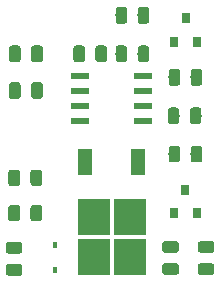
<source format=gbr>
G04 #@! TF.GenerationSoftware,KiCad,Pcbnew,(5.0.2)-1*
G04 #@! TF.CreationDate,2019-03-07T22:37:32-06:00*
G04 #@! TF.ProjectId,Contactor,436f6e74-6163-4746-9f72-2e6b69636164,rev?*
G04 #@! TF.SameCoordinates,Original*
G04 #@! TF.FileFunction,Paste,Top*
G04 #@! TF.FilePolarity,Positive*
%FSLAX46Y46*%
G04 Gerber Fmt 4.6, Leading zero omitted, Abs format (unit mm)*
G04 Created by KiCad (PCBNEW (5.0.2)-1) date 3/7/2019 10:37:32 PM*
%MOMM*%
%LPD*%
G01*
G04 APERTURE LIST*
%ADD10R,1.550000X0.600000*%
%ADD11C,0.100000*%
%ADD12C,0.975000*%
%ADD13R,0.450000X0.600000*%
%ADD14R,0.800000X0.900000*%
%ADD15R,1.200000X2.200000*%
%ADD16R,2.750000X3.050000*%
G04 APERTURE END LIST*
D10*
G04 #@! TO.C,U10*
X164200000Y-109595000D03*
X164200000Y-110865000D03*
X164200000Y-112135000D03*
X164200000Y-113405000D03*
X158800000Y-113405000D03*
X158800000Y-112135000D03*
X158800000Y-110865000D03*
X158800000Y-109595000D03*
G04 #@! TD*
D11*
G04 #@! TO.C,C30*
G36*
X164467642Y-107051174D02*
X164491303Y-107054684D01*
X164514507Y-107060496D01*
X164537029Y-107068554D01*
X164558653Y-107078782D01*
X164579170Y-107091079D01*
X164598383Y-107105329D01*
X164616107Y-107121393D01*
X164632171Y-107139117D01*
X164646421Y-107158330D01*
X164658718Y-107178847D01*
X164668946Y-107200471D01*
X164677004Y-107222993D01*
X164682816Y-107246197D01*
X164686326Y-107269858D01*
X164687500Y-107293750D01*
X164687500Y-108206250D01*
X164686326Y-108230142D01*
X164682816Y-108253803D01*
X164677004Y-108277007D01*
X164668946Y-108299529D01*
X164658718Y-108321153D01*
X164646421Y-108341670D01*
X164632171Y-108360883D01*
X164616107Y-108378607D01*
X164598383Y-108394671D01*
X164579170Y-108408921D01*
X164558653Y-108421218D01*
X164537029Y-108431446D01*
X164514507Y-108439504D01*
X164491303Y-108445316D01*
X164467642Y-108448826D01*
X164443750Y-108450000D01*
X163956250Y-108450000D01*
X163932358Y-108448826D01*
X163908697Y-108445316D01*
X163885493Y-108439504D01*
X163862971Y-108431446D01*
X163841347Y-108421218D01*
X163820830Y-108408921D01*
X163801617Y-108394671D01*
X163783893Y-108378607D01*
X163767829Y-108360883D01*
X163753579Y-108341670D01*
X163741282Y-108321153D01*
X163731054Y-108299529D01*
X163722996Y-108277007D01*
X163717184Y-108253803D01*
X163713674Y-108230142D01*
X163712500Y-108206250D01*
X163712500Y-107293750D01*
X163713674Y-107269858D01*
X163717184Y-107246197D01*
X163722996Y-107222993D01*
X163731054Y-107200471D01*
X163741282Y-107178847D01*
X163753579Y-107158330D01*
X163767829Y-107139117D01*
X163783893Y-107121393D01*
X163801617Y-107105329D01*
X163820830Y-107091079D01*
X163841347Y-107078782D01*
X163862971Y-107068554D01*
X163885493Y-107060496D01*
X163908697Y-107054684D01*
X163932358Y-107051174D01*
X163956250Y-107050000D01*
X164443750Y-107050000D01*
X164467642Y-107051174D01*
X164467642Y-107051174D01*
G37*
D12*
X164200000Y-107750000D03*
D11*
G36*
X162592642Y-107051174D02*
X162616303Y-107054684D01*
X162639507Y-107060496D01*
X162662029Y-107068554D01*
X162683653Y-107078782D01*
X162704170Y-107091079D01*
X162723383Y-107105329D01*
X162741107Y-107121393D01*
X162757171Y-107139117D01*
X162771421Y-107158330D01*
X162783718Y-107178847D01*
X162793946Y-107200471D01*
X162802004Y-107222993D01*
X162807816Y-107246197D01*
X162811326Y-107269858D01*
X162812500Y-107293750D01*
X162812500Y-108206250D01*
X162811326Y-108230142D01*
X162807816Y-108253803D01*
X162802004Y-108277007D01*
X162793946Y-108299529D01*
X162783718Y-108321153D01*
X162771421Y-108341670D01*
X162757171Y-108360883D01*
X162741107Y-108378607D01*
X162723383Y-108394671D01*
X162704170Y-108408921D01*
X162683653Y-108421218D01*
X162662029Y-108431446D01*
X162639507Y-108439504D01*
X162616303Y-108445316D01*
X162592642Y-108448826D01*
X162568750Y-108450000D01*
X162081250Y-108450000D01*
X162057358Y-108448826D01*
X162033697Y-108445316D01*
X162010493Y-108439504D01*
X161987971Y-108431446D01*
X161966347Y-108421218D01*
X161945830Y-108408921D01*
X161926617Y-108394671D01*
X161908893Y-108378607D01*
X161892829Y-108360883D01*
X161878579Y-108341670D01*
X161866282Y-108321153D01*
X161856054Y-108299529D01*
X161847996Y-108277007D01*
X161842184Y-108253803D01*
X161838674Y-108230142D01*
X161837500Y-108206250D01*
X161837500Y-107293750D01*
X161838674Y-107269858D01*
X161842184Y-107246197D01*
X161847996Y-107222993D01*
X161856054Y-107200471D01*
X161866282Y-107178847D01*
X161878579Y-107158330D01*
X161892829Y-107139117D01*
X161908893Y-107121393D01*
X161926617Y-107105329D01*
X161945830Y-107091079D01*
X161966347Y-107078782D01*
X161987971Y-107068554D01*
X162010493Y-107060496D01*
X162033697Y-107054684D01*
X162057358Y-107051174D01*
X162081250Y-107050000D01*
X162568750Y-107050000D01*
X162592642Y-107051174D01*
X162592642Y-107051174D01*
G37*
D12*
X162325000Y-107750000D03*
G04 #@! TD*
D11*
G04 #@! TO.C,C31*
G36*
X162592642Y-103801174D02*
X162616303Y-103804684D01*
X162639507Y-103810496D01*
X162662029Y-103818554D01*
X162683653Y-103828782D01*
X162704170Y-103841079D01*
X162723383Y-103855329D01*
X162741107Y-103871393D01*
X162757171Y-103889117D01*
X162771421Y-103908330D01*
X162783718Y-103928847D01*
X162793946Y-103950471D01*
X162802004Y-103972993D01*
X162807816Y-103996197D01*
X162811326Y-104019858D01*
X162812500Y-104043750D01*
X162812500Y-104956250D01*
X162811326Y-104980142D01*
X162807816Y-105003803D01*
X162802004Y-105027007D01*
X162793946Y-105049529D01*
X162783718Y-105071153D01*
X162771421Y-105091670D01*
X162757171Y-105110883D01*
X162741107Y-105128607D01*
X162723383Y-105144671D01*
X162704170Y-105158921D01*
X162683653Y-105171218D01*
X162662029Y-105181446D01*
X162639507Y-105189504D01*
X162616303Y-105195316D01*
X162592642Y-105198826D01*
X162568750Y-105200000D01*
X162081250Y-105200000D01*
X162057358Y-105198826D01*
X162033697Y-105195316D01*
X162010493Y-105189504D01*
X161987971Y-105181446D01*
X161966347Y-105171218D01*
X161945830Y-105158921D01*
X161926617Y-105144671D01*
X161908893Y-105128607D01*
X161892829Y-105110883D01*
X161878579Y-105091670D01*
X161866282Y-105071153D01*
X161856054Y-105049529D01*
X161847996Y-105027007D01*
X161842184Y-105003803D01*
X161838674Y-104980142D01*
X161837500Y-104956250D01*
X161837500Y-104043750D01*
X161838674Y-104019858D01*
X161842184Y-103996197D01*
X161847996Y-103972993D01*
X161856054Y-103950471D01*
X161866282Y-103928847D01*
X161878579Y-103908330D01*
X161892829Y-103889117D01*
X161908893Y-103871393D01*
X161926617Y-103855329D01*
X161945830Y-103841079D01*
X161966347Y-103828782D01*
X161987971Y-103818554D01*
X162010493Y-103810496D01*
X162033697Y-103804684D01*
X162057358Y-103801174D01*
X162081250Y-103800000D01*
X162568750Y-103800000D01*
X162592642Y-103801174D01*
X162592642Y-103801174D01*
G37*
D12*
X162325000Y-104500000D03*
D11*
G36*
X164467642Y-103801174D02*
X164491303Y-103804684D01*
X164514507Y-103810496D01*
X164537029Y-103818554D01*
X164558653Y-103828782D01*
X164579170Y-103841079D01*
X164598383Y-103855329D01*
X164616107Y-103871393D01*
X164632171Y-103889117D01*
X164646421Y-103908330D01*
X164658718Y-103928847D01*
X164668946Y-103950471D01*
X164677004Y-103972993D01*
X164682816Y-103996197D01*
X164686326Y-104019858D01*
X164687500Y-104043750D01*
X164687500Y-104956250D01*
X164686326Y-104980142D01*
X164682816Y-105003803D01*
X164677004Y-105027007D01*
X164668946Y-105049529D01*
X164658718Y-105071153D01*
X164646421Y-105091670D01*
X164632171Y-105110883D01*
X164616107Y-105128607D01*
X164598383Y-105144671D01*
X164579170Y-105158921D01*
X164558653Y-105171218D01*
X164537029Y-105181446D01*
X164514507Y-105189504D01*
X164491303Y-105195316D01*
X164467642Y-105198826D01*
X164443750Y-105200000D01*
X163956250Y-105200000D01*
X163932358Y-105198826D01*
X163908697Y-105195316D01*
X163885493Y-105189504D01*
X163862971Y-105181446D01*
X163841347Y-105171218D01*
X163820830Y-105158921D01*
X163801617Y-105144671D01*
X163783893Y-105128607D01*
X163767829Y-105110883D01*
X163753579Y-105091670D01*
X163741282Y-105071153D01*
X163731054Y-105049529D01*
X163722996Y-105027007D01*
X163717184Y-105003803D01*
X163713674Y-104980142D01*
X163712500Y-104956250D01*
X163712500Y-104043750D01*
X163713674Y-104019858D01*
X163717184Y-103996197D01*
X163722996Y-103972993D01*
X163731054Y-103950471D01*
X163741282Y-103928847D01*
X163753579Y-103908330D01*
X163767829Y-103889117D01*
X163783893Y-103871393D01*
X163801617Y-103855329D01*
X163820830Y-103841079D01*
X163841347Y-103828782D01*
X163862971Y-103818554D01*
X163885493Y-103810496D01*
X163908697Y-103804684D01*
X163932358Y-103801174D01*
X163956250Y-103800000D01*
X164443750Y-103800000D01*
X164467642Y-103801174D01*
X164467642Y-103801174D01*
G37*
D12*
X164200000Y-104500000D03*
G04 #@! TD*
D11*
G04 #@! TO.C,C32*
G36*
X153730142Y-123688674D02*
X153753803Y-123692184D01*
X153777007Y-123697996D01*
X153799529Y-123706054D01*
X153821153Y-123716282D01*
X153841670Y-123728579D01*
X153860883Y-123742829D01*
X153878607Y-123758893D01*
X153894671Y-123776617D01*
X153908921Y-123795830D01*
X153921218Y-123816347D01*
X153931446Y-123837971D01*
X153939504Y-123860493D01*
X153945316Y-123883697D01*
X153948826Y-123907358D01*
X153950000Y-123931250D01*
X153950000Y-124418750D01*
X153948826Y-124442642D01*
X153945316Y-124466303D01*
X153939504Y-124489507D01*
X153931446Y-124512029D01*
X153921218Y-124533653D01*
X153908921Y-124554170D01*
X153894671Y-124573383D01*
X153878607Y-124591107D01*
X153860883Y-124607171D01*
X153841670Y-124621421D01*
X153821153Y-124633718D01*
X153799529Y-124643946D01*
X153777007Y-124652004D01*
X153753803Y-124657816D01*
X153730142Y-124661326D01*
X153706250Y-124662500D01*
X152793750Y-124662500D01*
X152769858Y-124661326D01*
X152746197Y-124657816D01*
X152722993Y-124652004D01*
X152700471Y-124643946D01*
X152678847Y-124633718D01*
X152658330Y-124621421D01*
X152639117Y-124607171D01*
X152621393Y-124591107D01*
X152605329Y-124573383D01*
X152591079Y-124554170D01*
X152578782Y-124533653D01*
X152568554Y-124512029D01*
X152560496Y-124489507D01*
X152554684Y-124466303D01*
X152551174Y-124442642D01*
X152550000Y-124418750D01*
X152550000Y-123931250D01*
X152551174Y-123907358D01*
X152554684Y-123883697D01*
X152560496Y-123860493D01*
X152568554Y-123837971D01*
X152578782Y-123816347D01*
X152591079Y-123795830D01*
X152605329Y-123776617D01*
X152621393Y-123758893D01*
X152639117Y-123742829D01*
X152658330Y-123728579D01*
X152678847Y-123716282D01*
X152700471Y-123706054D01*
X152722993Y-123697996D01*
X152746197Y-123692184D01*
X152769858Y-123688674D01*
X152793750Y-123687500D01*
X153706250Y-123687500D01*
X153730142Y-123688674D01*
X153730142Y-123688674D01*
G37*
D12*
X153250000Y-124175000D03*
D11*
G36*
X153730142Y-125563674D02*
X153753803Y-125567184D01*
X153777007Y-125572996D01*
X153799529Y-125581054D01*
X153821153Y-125591282D01*
X153841670Y-125603579D01*
X153860883Y-125617829D01*
X153878607Y-125633893D01*
X153894671Y-125651617D01*
X153908921Y-125670830D01*
X153921218Y-125691347D01*
X153931446Y-125712971D01*
X153939504Y-125735493D01*
X153945316Y-125758697D01*
X153948826Y-125782358D01*
X153950000Y-125806250D01*
X153950000Y-126293750D01*
X153948826Y-126317642D01*
X153945316Y-126341303D01*
X153939504Y-126364507D01*
X153931446Y-126387029D01*
X153921218Y-126408653D01*
X153908921Y-126429170D01*
X153894671Y-126448383D01*
X153878607Y-126466107D01*
X153860883Y-126482171D01*
X153841670Y-126496421D01*
X153821153Y-126508718D01*
X153799529Y-126518946D01*
X153777007Y-126527004D01*
X153753803Y-126532816D01*
X153730142Y-126536326D01*
X153706250Y-126537500D01*
X152793750Y-126537500D01*
X152769858Y-126536326D01*
X152746197Y-126532816D01*
X152722993Y-126527004D01*
X152700471Y-126518946D01*
X152678847Y-126508718D01*
X152658330Y-126496421D01*
X152639117Y-126482171D01*
X152621393Y-126466107D01*
X152605329Y-126448383D01*
X152591079Y-126429170D01*
X152578782Y-126408653D01*
X152568554Y-126387029D01*
X152560496Y-126364507D01*
X152554684Y-126341303D01*
X152551174Y-126317642D01*
X152550000Y-126293750D01*
X152550000Y-125806250D01*
X152551174Y-125782358D01*
X152554684Y-125758697D01*
X152560496Y-125735493D01*
X152568554Y-125712971D01*
X152578782Y-125691347D01*
X152591079Y-125670830D01*
X152605329Y-125651617D01*
X152621393Y-125633893D01*
X152639117Y-125617829D01*
X152658330Y-125603579D01*
X152678847Y-125591282D01*
X152700471Y-125581054D01*
X152722993Y-125572996D01*
X152746197Y-125567184D01*
X152769858Y-125563674D01*
X152793750Y-125562500D01*
X153706250Y-125562500D01*
X153730142Y-125563674D01*
X153730142Y-125563674D01*
G37*
D12*
X153250000Y-126050000D03*
G04 #@! TD*
D11*
G04 #@! TO.C,C33*
G36*
X167080142Y-115551174D02*
X167103803Y-115554684D01*
X167127007Y-115560496D01*
X167149529Y-115568554D01*
X167171153Y-115578782D01*
X167191670Y-115591079D01*
X167210883Y-115605329D01*
X167228607Y-115621393D01*
X167244671Y-115639117D01*
X167258921Y-115658330D01*
X167271218Y-115678847D01*
X167281446Y-115700471D01*
X167289504Y-115722993D01*
X167295316Y-115746197D01*
X167298826Y-115769858D01*
X167300000Y-115793750D01*
X167300000Y-116706250D01*
X167298826Y-116730142D01*
X167295316Y-116753803D01*
X167289504Y-116777007D01*
X167281446Y-116799529D01*
X167271218Y-116821153D01*
X167258921Y-116841670D01*
X167244671Y-116860883D01*
X167228607Y-116878607D01*
X167210883Y-116894671D01*
X167191670Y-116908921D01*
X167171153Y-116921218D01*
X167149529Y-116931446D01*
X167127007Y-116939504D01*
X167103803Y-116945316D01*
X167080142Y-116948826D01*
X167056250Y-116950000D01*
X166568750Y-116950000D01*
X166544858Y-116948826D01*
X166521197Y-116945316D01*
X166497993Y-116939504D01*
X166475471Y-116931446D01*
X166453847Y-116921218D01*
X166433330Y-116908921D01*
X166414117Y-116894671D01*
X166396393Y-116878607D01*
X166380329Y-116860883D01*
X166366079Y-116841670D01*
X166353782Y-116821153D01*
X166343554Y-116799529D01*
X166335496Y-116777007D01*
X166329684Y-116753803D01*
X166326174Y-116730142D01*
X166325000Y-116706250D01*
X166325000Y-115793750D01*
X166326174Y-115769858D01*
X166329684Y-115746197D01*
X166335496Y-115722993D01*
X166343554Y-115700471D01*
X166353782Y-115678847D01*
X166366079Y-115658330D01*
X166380329Y-115639117D01*
X166396393Y-115621393D01*
X166414117Y-115605329D01*
X166433330Y-115591079D01*
X166453847Y-115578782D01*
X166475471Y-115568554D01*
X166497993Y-115560496D01*
X166521197Y-115554684D01*
X166544858Y-115551174D01*
X166568750Y-115550000D01*
X167056250Y-115550000D01*
X167080142Y-115551174D01*
X167080142Y-115551174D01*
G37*
D12*
X166812500Y-116250000D03*
D11*
G36*
X168955142Y-115551174D02*
X168978803Y-115554684D01*
X169002007Y-115560496D01*
X169024529Y-115568554D01*
X169046153Y-115578782D01*
X169066670Y-115591079D01*
X169085883Y-115605329D01*
X169103607Y-115621393D01*
X169119671Y-115639117D01*
X169133921Y-115658330D01*
X169146218Y-115678847D01*
X169156446Y-115700471D01*
X169164504Y-115722993D01*
X169170316Y-115746197D01*
X169173826Y-115769858D01*
X169175000Y-115793750D01*
X169175000Y-116706250D01*
X169173826Y-116730142D01*
X169170316Y-116753803D01*
X169164504Y-116777007D01*
X169156446Y-116799529D01*
X169146218Y-116821153D01*
X169133921Y-116841670D01*
X169119671Y-116860883D01*
X169103607Y-116878607D01*
X169085883Y-116894671D01*
X169066670Y-116908921D01*
X169046153Y-116921218D01*
X169024529Y-116931446D01*
X169002007Y-116939504D01*
X168978803Y-116945316D01*
X168955142Y-116948826D01*
X168931250Y-116950000D01*
X168443750Y-116950000D01*
X168419858Y-116948826D01*
X168396197Y-116945316D01*
X168372993Y-116939504D01*
X168350471Y-116931446D01*
X168328847Y-116921218D01*
X168308330Y-116908921D01*
X168289117Y-116894671D01*
X168271393Y-116878607D01*
X168255329Y-116860883D01*
X168241079Y-116841670D01*
X168228782Y-116821153D01*
X168218554Y-116799529D01*
X168210496Y-116777007D01*
X168204684Y-116753803D01*
X168201174Y-116730142D01*
X168200000Y-116706250D01*
X168200000Y-115793750D01*
X168201174Y-115769858D01*
X168204684Y-115746197D01*
X168210496Y-115722993D01*
X168218554Y-115700471D01*
X168228782Y-115678847D01*
X168241079Y-115658330D01*
X168255329Y-115639117D01*
X168271393Y-115621393D01*
X168289117Y-115605329D01*
X168308330Y-115591079D01*
X168328847Y-115578782D01*
X168350471Y-115568554D01*
X168372993Y-115560496D01*
X168396197Y-115554684D01*
X168419858Y-115551174D01*
X168443750Y-115550000D01*
X168931250Y-115550000D01*
X168955142Y-115551174D01*
X168955142Y-115551174D01*
G37*
D12*
X168687500Y-116250000D03*
G04 #@! TD*
D11*
G04 #@! TO.C,D4*
G36*
X160892642Y-107051174D02*
X160916303Y-107054684D01*
X160939507Y-107060496D01*
X160962029Y-107068554D01*
X160983653Y-107078782D01*
X161004170Y-107091079D01*
X161023383Y-107105329D01*
X161041107Y-107121393D01*
X161057171Y-107139117D01*
X161071421Y-107158330D01*
X161083718Y-107178847D01*
X161093946Y-107200471D01*
X161102004Y-107222993D01*
X161107816Y-107246197D01*
X161111326Y-107269858D01*
X161112500Y-107293750D01*
X161112500Y-108206250D01*
X161111326Y-108230142D01*
X161107816Y-108253803D01*
X161102004Y-108277007D01*
X161093946Y-108299529D01*
X161083718Y-108321153D01*
X161071421Y-108341670D01*
X161057171Y-108360883D01*
X161041107Y-108378607D01*
X161023383Y-108394671D01*
X161004170Y-108408921D01*
X160983653Y-108421218D01*
X160962029Y-108431446D01*
X160939507Y-108439504D01*
X160916303Y-108445316D01*
X160892642Y-108448826D01*
X160868750Y-108450000D01*
X160381250Y-108450000D01*
X160357358Y-108448826D01*
X160333697Y-108445316D01*
X160310493Y-108439504D01*
X160287971Y-108431446D01*
X160266347Y-108421218D01*
X160245830Y-108408921D01*
X160226617Y-108394671D01*
X160208893Y-108378607D01*
X160192829Y-108360883D01*
X160178579Y-108341670D01*
X160166282Y-108321153D01*
X160156054Y-108299529D01*
X160147996Y-108277007D01*
X160142184Y-108253803D01*
X160138674Y-108230142D01*
X160137500Y-108206250D01*
X160137500Y-107293750D01*
X160138674Y-107269858D01*
X160142184Y-107246197D01*
X160147996Y-107222993D01*
X160156054Y-107200471D01*
X160166282Y-107178847D01*
X160178579Y-107158330D01*
X160192829Y-107139117D01*
X160208893Y-107121393D01*
X160226617Y-107105329D01*
X160245830Y-107091079D01*
X160266347Y-107078782D01*
X160287971Y-107068554D01*
X160310493Y-107060496D01*
X160333697Y-107054684D01*
X160357358Y-107051174D01*
X160381250Y-107050000D01*
X160868750Y-107050000D01*
X160892642Y-107051174D01*
X160892642Y-107051174D01*
G37*
D12*
X160625000Y-107750000D03*
D11*
G36*
X159017642Y-107051174D02*
X159041303Y-107054684D01*
X159064507Y-107060496D01*
X159087029Y-107068554D01*
X159108653Y-107078782D01*
X159129170Y-107091079D01*
X159148383Y-107105329D01*
X159166107Y-107121393D01*
X159182171Y-107139117D01*
X159196421Y-107158330D01*
X159208718Y-107178847D01*
X159218946Y-107200471D01*
X159227004Y-107222993D01*
X159232816Y-107246197D01*
X159236326Y-107269858D01*
X159237500Y-107293750D01*
X159237500Y-108206250D01*
X159236326Y-108230142D01*
X159232816Y-108253803D01*
X159227004Y-108277007D01*
X159218946Y-108299529D01*
X159208718Y-108321153D01*
X159196421Y-108341670D01*
X159182171Y-108360883D01*
X159166107Y-108378607D01*
X159148383Y-108394671D01*
X159129170Y-108408921D01*
X159108653Y-108421218D01*
X159087029Y-108431446D01*
X159064507Y-108439504D01*
X159041303Y-108445316D01*
X159017642Y-108448826D01*
X158993750Y-108450000D01*
X158506250Y-108450000D01*
X158482358Y-108448826D01*
X158458697Y-108445316D01*
X158435493Y-108439504D01*
X158412971Y-108431446D01*
X158391347Y-108421218D01*
X158370830Y-108408921D01*
X158351617Y-108394671D01*
X158333893Y-108378607D01*
X158317829Y-108360883D01*
X158303579Y-108341670D01*
X158291282Y-108321153D01*
X158281054Y-108299529D01*
X158272996Y-108277007D01*
X158267184Y-108253803D01*
X158263674Y-108230142D01*
X158262500Y-108206250D01*
X158262500Y-107293750D01*
X158263674Y-107269858D01*
X158267184Y-107246197D01*
X158272996Y-107222993D01*
X158281054Y-107200471D01*
X158291282Y-107178847D01*
X158303579Y-107158330D01*
X158317829Y-107139117D01*
X158333893Y-107121393D01*
X158351617Y-107105329D01*
X158370830Y-107091079D01*
X158391347Y-107078782D01*
X158412971Y-107068554D01*
X158435493Y-107060496D01*
X158458697Y-107054684D01*
X158482358Y-107051174D01*
X158506250Y-107050000D01*
X158993750Y-107050000D01*
X159017642Y-107051174D01*
X159017642Y-107051174D01*
G37*
D12*
X158750000Y-107750000D03*
G04 #@! TD*
D13*
G04 #@! TO.C,D5*
X156750000Y-126050000D03*
X156750000Y-123950000D03*
G04 #@! TD*
D14*
G04 #@! TO.C,Q3*
X167762500Y-104750000D03*
X168712500Y-106750000D03*
X166812500Y-106750000D03*
G04 #@! TD*
D15*
G04 #@! TO.C,Q4*
X163780000Y-116950000D03*
X159220000Y-116950000D03*
D16*
X159975000Y-124925000D03*
X163025000Y-121575000D03*
X163025000Y-124925000D03*
X159975000Y-121575000D03*
G04 #@! TD*
D11*
G04 #@! TO.C,R13*
G36*
X167080142Y-109051174D02*
X167103803Y-109054684D01*
X167127007Y-109060496D01*
X167149529Y-109068554D01*
X167171153Y-109078782D01*
X167191670Y-109091079D01*
X167210883Y-109105329D01*
X167228607Y-109121393D01*
X167244671Y-109139117D01*
X167258921Y-109158330D01*
X167271218Y-109178847D01*
X167281446Y-109200471D01*
X167289504Y-109222993D01*
X167295316Y-109246197D01*
X167298826Y-109269858D01*
X167300000Y-109293750D01*
X167300000Y-110206250D01*
X167298826Y-110230142D01*
X167295316Y-110253803D01*
X167289504Y-110277007D01*
X167281446Y-110299529D01*
X167271218Y-110321153D01*
X167258921Y-110341670D01*
X167244671Y-110360883D01*
X167228607Y-110378607D01*
X167210883Y-110394671D01*
X167191670Y-110408921D01*
X167171153Y-110421218D01*
X167149529Y-110431446D01*
X167127007Y-110439504D01*
X167103803Y-110445316D01*
X167080142Y-110448826D01*
X167056250Y-110450000D01*
X166568750Y-110450000D01*
X166544858Y-110448826D01*
X166521197Y-110445316D01*
X166497993Y-110439504D01*
X166475471Y-110431446D01*
X166453847Y-110421218D01*
X166433330Y-110408921D01*
X166414117Y-110394671D01*
X166396393Y-110378607D01*
X166380329Y-110360883D01*
X166366079Y-110341670D01*
X166353782Y-110321153D01*
X166343554Y-110299529D01*
X166335496Y-110277007D01*
X166329684Y-110253803D01*
X166326174Y-110230142D01*
X166325000Y-110206250D01*
X166325000Y-109293750D01*
X166326174Y-109269858D01*
X166329684Y-109246197D01*
X166335496Y-109222993D01*
X166343554Y-109200471D01*
X166353782Y-109178847D01*
X166366079Y-109158330D01*
X166380329Y-109139117D01*
X166396393Y-109121393D01*
X166414117Y-109105329D01*
X166433330Y-109091079D01*
X166453847Y-109078782D01*
X166475471Y-109068554D01*
X166497993Y-109060496D01*
X166521197Y-109054684D01*
X166544858Y-109051174D01*
X166568750Y-109050000D01*
X167056250Y-109050000D01*
X167080142Y-109051174D01*
X167080142Y-109051174D01*
G37*
D12*
X166812500Y-109750000D03*
D11*
G36*
X168955142Y-109051174D02*
X168978803Y-109054684D01*
X169002007Y-109060496D01*
X169024529Y-109068554D01*
X169046153Y-109078782D01*
X169066670Y-109091079D01*
X169085883Y-109105329D01*
X169103607Y-109121393D01*
X169119671Y-109139117D01*
X169133921Y-109158330D01*
X169146218Y-109178847D01*
X169156446Y-109200471D01*
X169164504Y-109222993D01*
X169170316Y-109246197D01*
X169173826Y-109269858D01*
X169175000Y-109293750D01*
X169175000Y-110206250D01*
X169173826Y-110230142D01*
X169170316Y-110253803D01*
X169164504Y-110277007D01*
X169156446Y-110299529D01*
X169146218Y-110321153D01*
X169133921Y-110341670D01*
X169119671Y-110360883D01*
X169103607Y-110378607D01*
X169085883Y-110394671D01*
X169066670Y-110408921D01*
X169046153Y-110421218D01*
X169024529Y-110431446D01*
X169002007Y-110439504D01*
X168978803Y-110445316D01*
X168955142Y-110448826D01*
X168931250Y-110450000D01*
X168443750Y-110450000D01*
X168419858Y-110448826D01*
X168396197Y-110445316D01*
X168372993Y-110439504D01*
X168350471Y-110431446D01*
X168328847Y-110421218D01*
X168308330Y-110408921D01*
X168289117Y-110394671D01*
X168271393Y-110378607D01*
X168255329Y-110360883D01*
X168241079Y-110341670D01*
X168228782Y-110321153D01*
X168218554Y-110299529D01*
X168210496Y-110277007D01*
X168204684Y-110253803D01*
X168201174Y-110230142D01*
X168200000Y-110206250D01*
X168200000Y-109293750D01*
X168201174Y-109269858D01*
X168204684Y-109246197D01*
X168210496Y-109222993D01*
X168218554Y-109200471D01*
X168228782Y-109178847D01*
X168241079Y-109158330D01*
X168255329Y-109139117D01*
X168271393Y-109121393D01*
X168289117Y-109105329D01*
X168308330Y-109091079D01*
X168328847Y-109078782D01*
X168350471Y-109068554D01*
X168372993Y-109060496D01*
X168396197Y-109054684D01*
X168419858Y-109051174D01*
X168443750Y-109050000D01*
X168931250Y-109050000D01*
X168955142Y-109051174D01*
X168955142Y-109051174D01*
G37*
D12*
X168687500Y-109750000D03*
G04 #@! TD*
D11*
G04 #@! TO.C,R14*
G36*
X167017642Y-112301174D02*
X167041303Y-112304684D01*
X167064507Y-112310496D01*
X167087029Y-112318554D01*
X167108653Y-112328782D01*
X167129170Y-112341079D01*
X167148383Y-112355329D01*
X167166107Y-112371393D01*
X167182171Y-112389117D01*
X167196421Y-112408330D01*
X167208718Y-112428847D01*
X167218946Y-112450471D01*
X167227004Y-112472993D01*
X167232816Y-112496197D01*
X167236326Y-112519858D01*
X167237500Y-112543750D01*
X167237500Y-113456250D01*
X167236326Y-113480142D01*
X167232816Y-113503803D01*
X167227004Y-113527007D01*
X167218946Y-113549529D01*
X167208718Y-113571153D01*
X167196421Y-113591670D01*
X167182171Y-113610883D01*
X167166107Y-113628607D01*
X167148383Y-113644671D01*
X167129170Y-113658921D01*
X167108653Y-113671218D01*
X167087029Y-113681446D01*
X167064507Y-113689504D01*
X167041303Y-113695316D01*
X167017642Y-113698826D01*
X166993750Y-113700000D01*
X166506250Y-113700000D01*
X166482358Y-113698826D01*
X166458697Y-113695316D01*
X166435493Y-113689504D01*
X166412971Y-113681446D01*
X166391347Y-113671218D01*
X166370830Y-113658921D01*
X166351617Y-113644671D01*
X166333893Y-113628607D01*
X166317829Y-113610883D01*
X166303579Y-113591670D01*
X166291282Y-113571153D01*
X166281054Y-113549529D01*
X166272996Y-113527007D01*
X166267184Y-113503803D01*
X166263674Y-113480142D01*
X166262500Y-113456250D01*
X166262500Y-112543750D01*
X166263674Y-112519858D01*
X166267184Y-112496197D01*
X166272996Y-112472993D01*
X166281054Y-112450471D01*
X166291282Y-112428847D01*
X166303579Y-112408330D01*
X166317829Y-112389117D01*
X166333893Y-112371393D01*
X166351617Y-112355329D01*
X166370830Y-112341079D01*
X166391347Y-112328782D01*
X166412971Y-112318554D01*
X166435493Y-112310496D01*
X166458697Y-112304684D01*
X166482358Y-112301174D01*
X166506250Y-112300000D01*
X166993750Y-112300000D01*
X167017642Y-112301174D01*
X167017642Y-112301174D01*
G37*
D12*
X166750000Y-113000000D03*
D11*
G36*
X168892642Y-112301174D02*
X168916303Y-112304684D01*
X168939507Y-112310496D01*
X168962029Y-112318554D01*
X168983653Y-112328782D01*
X169004170Y-112341079D01*
X169023383Y-112355329D01*
X169041107Y-112371393D01*
X169057171Y-112389117D01*
X169071421Y-112408330D01*
X169083718Y-112428847D01*
X169093946Y-112450471D01*
X169102004Y-112472993D01*
X169107816Y-112496197D01*
X169111326Y-112519858D01*
X169112500Y-112543750D01*
X169112500Y-113456250D01*
X169111326Y-113480142D01*
X169107816Y-113503803D01*
X169102004Y-113527007D01*
X169093946Y-113549529D01*
X169083718Y-113571153D01*
X169071421Y-113591670D01*
X169057171Y-113610883D01*
X169041107Y-113628607D01*
X169023383Y-113644671D01*
X169004170Y-113658921D01*
X168983653Y-113671218D01*
X168962029Y-113681446D01*
X168939507Y-113689504D01*
X168916303Y-113695316D01*
X168892642Y-113698826D01*
X168868750Y-113700000D01*
X168381250Y-113700000D01*
X168357358Y-113698826D01*
X168333697Y-113695316D01*
X168310493Y-113689504D01*
X168287971Y-113681446D01*
X168266347Y-113671218D01*
X168245830Y-113658921D01*
X168226617Y-113644671D01*
X168208893Y-113628607D01*
X168192829Y-113610883D01*
X168178579Y-113591670D01*
X168166282Y-113571153D01*
X168156054Y-113549529D01*
X168147996Y-113527007D01*
X168142184Y-113503803D01*
X168138674Y-113480142D01*
X168137500Y-113456250D01*
X168137500Y-112543750D01*
X168138674Y-112519858D01*
X168142184Y-112496197D01*
X168147996Y-112472993D01*
X168156054Y-112450471D01*
X168166282Y-112428847D01*
X168178579Y-112408330D01*
X168192829Y-112389117D01*
X168208893Y-112371393D01*
X168226617Y-112355329D01*
X168245830Y-112341079D01*
X168266347Y-112328782D01*
X168287971Y-112318554D01*
X168310493Y-112310496D01*
X168333697Y-112304684D01*
X168357358Y-112301174D01*
X168381250Y-112300000D01*
X168868750Y-112300000D01*
X168892642Y-112301174D01*
X168892642Y-112301174D01*
G37*
D12*
X168625000Y-113000000D03*
G04 #@! TD*
D11*
G04 #@! TO.C,R15*
G36*
X153580142Y-107051174D02*
X153603803Y-107054684D01*
X153627007Y-107060496D01*
X153649529Y-107068554D01*
X153671153Y-107078782D01*
X153691670Y-107091079D01*
X153710883Y-107105329D01*
X153728607Y-107121393D01*
X153744671Y-107139117D01*
X153758921Y-107158330D01*
X153771218Y-107178847D01*
X153781446Y-107200471D01*
X153789504Y-107222993D01*
X153795316Y-107246197D01*
X153798826Y-107269858D01*
X153800000Y-107293750D01*
X153800000Y-108206250D01*
X153798826Y-108230142D01*
X153795316Y-108253803D01*
X153789504Y-108277007D01*
X153781446Y-108299529D01*
X153771218Y-108321153D01*
X153758921Y-108341670D01*
X153744671Y-108360883D01*
X153728607Y-108378607D01*
X153710883Y-108394671D01*
X153691670Y-108408921D01*
X153671153Y-108421218D01*
X153649529Y-108431446D01*
X153627007Y-108439504D01*
X153603803Y-108445316D01*
X153580142Y-108448826D01*
X153556250Y-108450000D01*
X153068750Y-108450000D01*
X153044858Y-108448826D01*
X153021197Y-108445316D01*
X152997993Y-108439504D01*
X152975471Y-108431446D01*
X152953847Y-108421218D01*
X152933330Y-108408921D01*
X152914117Y-108394671D01*
X152896393Y-108378607D01*
X152880329Y-108360883D01*
X152866079Y-108341670D01*
X152853782Y-108321153D01*
X152843554Y-108299529D01*
X152835496Y-108277007D01*
X152829684Y-108253803D01*
X152826174Y-108230142D01*
X152825000Y-108206250D01*
X152825000Y-107293750D01*
X152826174Y-107269858D01*
X152829684Y-107246197D01*
X152835496Y-107222993D01*
X152843554Y-107200471D01*
X152853782Y-107178847D01*
X152866079Y-107158330D01*
X152880329Y-107139117D01*
X152896393Y-107121393D01*
X152914117Y-107105329D01*
X152933330Y-107091079D01*
X152953847Y-107078782D01*
X152975471Y-107068554D01*
X152997993Y-107060496D01*
X153021197Y-107054684D01*
X153044858Y-107051174D01*
X153068750Y-107050000D01*
X153556250Y-107050000D01*
X153580142Y-107051174D01*
X153580142Y-107051174D01*
G37*
D12*
X153312500Y-107750000D03*
D11*
G36*
X155455142Y-107051174D02*
X155478803Y-107054684D01*
X155502007Y-107060496D01*
X155524529Y-107068554D01*
X155546153Y-107078782D01*
X155566670Y-107091079D01*
X155585883Y-107105329D01*
X155603607Y-107121393D01*
X155619671Y-107139117D01*
X155633921Y-107158330D01*
X155646218Y-107178847D01*
X155656446Y-107200471D01*
X155664504Y-107222993D01*
X155670316Y-107246197D01*
X155673826Y-107269858D01*
X155675000Y-107293750D01*
X155675000Y-108206250D01*
X155673826Y-108230142D01*
X155670316Y-108253803D01*
X155664504Y-108277007D01*
X155656446Y-108299529D01*
X155646218Y-108321153D01*
X155633921Y-108341670D01*
X155619671Y-108360883D01*
X155603607Y-108378607D01*
X155585883Y-108394671D01*
X155566670Y-108408921D01*
X155546153Y-108421218D01*
X155524529Y-108431446D01*
X155502007Y-108439504D01*
X155478803Y-108445316D01*
X155455142Y-108448826D01*
X155431250Y-108450000D01*
X154943750Y-108450000D01*
X154919858Y-108448826D01*
X154896197Y-108445316D01*
X154872993Y-108439504D01*
X154850471Y-108431446D01*
X154828847Y-108421218D01*
X154808330Y-108408921D01*
X154789117Y-108394671D01*
X154771393Y-108378607D01*
X154755329Y-108360883D01*
X154741079Y-108341670D01*
X154728782Y-108321153D01*
X154718554Y-108299529D01*
X154710496Y-108277007D01*
X154704684Y-108253803D01*
X154701174Y-108230142D01*
X154700000Y-108206250D01*
X154700000Y-107293750D01*
X154701174Y-107269858D01*
X154704684Y-107246197D01*
X154710496Y-107222993D01*
X154718554Y-107200471D01*
X154728782Y-107178847D01*
X154741079Y-107158330D01*
X154755329Y-107139117D01*
X154771393Y-107121393D01*
X154789117Y-107105329D01*
X154808330Y-107091079D01*
X154828847Y-107078782D01*
X154850471Y-107068554D01*
X154872993Y-107060496D01*
X154896197Y-107054684D01*
X154919858Y-107051174D01*
X154943750Y-107050000D01*
X155431250Y-107050000D01*
X155455142Y-107051174D01*
X155455142Y-107051174D01*
G37*
D12*
X155187500Y-107750000D03*
G04 #@! TD*
D11*
G04 #@! TO.C,R16*
G36*
X155455142Y-110171174D02*
X155478803Y-110174684D01*
X155502007Y-110180496D01*
X155524529Y-110188554D01*
X155546153Y-110198782D01*
X155566670Y-110211079D01*
X155585883Y-110225329D01*
X155603607Y-110241393D01*
X155619671Y-110259117D01*
X155633921Y-110278330D01*
X155646218Y-110298847D01*
X155656446Y-110320471D01*
X155664504Y-110342993D01*
X155670316Y-110366197D01*
X155673826Y-110389858D01*
X155675000Y-110413750D01*
X155675000Y-111326250D01*
X155673826Y-111350142D01*
X155670316Y-111373803D01*
X155664504Y-111397007D01*
X155656446Y-111419529D01*
X155646218Y-111441153D01*
X155633921Y-111461670D01*
X155619671Y-111480883D01*
X155603607Y-111498607D01*
X155585883Y-111514671D01*
X155566670Y-111528921D01*
X155546153Y-111541218D01*
X155524529Y-111551446D01*
X155502007Y-111559504D01*
X155478803Y-111565316D01*
X155455142Y-111568826D01*
X155431250Y-111570000D01*
X154943750Y-111570000D01*
X154919858Y-111568826D01*
X154896197Y-111565316D01*
X154872993Y-111559504D01*
X154850471Y-111551446D01*
X154828847Y-111541218D01*
X154808330Y-111528921D01*
X154789117Y-111514671D01*
X154771393Y-111498607D01*
X154755329Y-111480883D01*
X154741079Y-111461670D01*
X154728782Y-111441153D01*
X154718554Y-111419529D01*
X154710496Y-111397007D01*
X154704684Y-111373803D01*
X154701174Y-111350142D01*
X154700000Y-111326250D01*
X154700000Y-110413750D01*
X154701174Y-110389858D01*
X154704684Y-110366197D01*
X154710496Y-110342993D01*
X154718554Y-110320471D01*
X154728782Y-110298847D01*
X154741079Y-110278330D01*
X154755329Y-110259117D01*
X154771393Y-110241393D01*
X154789117Y-110225329D01*
X154808330Y-110211079D01*
X154828847Y-110198782D01*
X154850471Y-110188554D01*
X154872993Y-110180496D01*
X154896197Y-110174684D01*
X154919858Y-110171174D01*
X154943750Y-110170000D01*
X155431250Y-110170000D01*
X155455142Y-110171174D01*
X155455142Y-110171174D01*
G37*
D12*
X155187500Y-110870000D03*
D11*
G36*
X153580142Y-110171174D02*
X153603803Y-110174684D01*
X153627007Y-110180496D01*
X153649529Y-110188554D01*
X153671153Y-110198782D01*
X153691670Y-110211079D01*
X153710883Y-110225329D01*
X153728607Y-110241393D01*
X153744671Y-110259117D01*
X153758921Y-110278330D01*
X153771218Y-110298847D01*
X153781446Y-110320471D01*
X153789504Y-110342993D01*
X153795316Y-110366197D01*
X153798826Y-110389858D01*
X153800000Y-110413750D01*
X153800000Y-111326250D01*
X153798826Y-111350142D01*
X153795316Y-111373803D01*
X153789504Y-111397007D01*
X153781446Y-111419529D01*
X153771218Y-111441153D01*
X153758921Y-111461670D01*
X153744671Y-111480883D01*
X153728607Y-111498607D01*
X153710883Y-111514671D01*
X153691670Y-111528921D01*
X153671153Y-111541218D01*
X153649529Y-111551446D01*
X153627007Y-111559504D01*
X153603803Y-111565316D01*
X153580142Y-111568826D01*
X153556250Y-111570000D01*
X153068750Y-111570000D01*
X153044858Y-111568826D01*
X153021197Y-111565316D01*
X152997993Y-111559504D01*
X152975471Y-111551446D01*
X152953847Y-111541218D01*
X152933330Y-111528921D01*
X152914117Y-111514671D01*
X152896393Y-111498607D01*
X152880329Y-111480883D01*
X152866079Y-111461670D01*
X152853782Y-111441153D01*
X152843554Y-111419529D01*
X152835496Y-111397007D01*
X152829684Y-111373803D01*
X152826174Y-111350142D01*
X152825000Y-111326250D01*
X152825000Y-110413750D01*
X152826174Y-110389858D01*
X152829684Y-110366197D01*
X152835496Y-110342993D01*
X152843554Y-110320471D01*
X152853782Y-110298847D01*
X152866079Y-110278330D01*
X152880329Y-110259117D01*
X152896393Y-110241393D01*
X152914117Y-110225329D01*
X152933330Y-110211079D01*
X152953847Y-110198782D01*
X152975471Y-110188554D01*
X152997993Y-110180496D01*
X153021197Y-110174684D01*
X153044858Y-110171174D01*
X153068750Y-110170000D01*
X153556250Y-110170000D01*
X153580142Y-110171174D01*
X153580142Y-110171174D01*
G37*
D12*
X153312500Y-110870000D03*
G04 #@! TD*
D11*
G04 #@! TO.C,R17*
G36*
X153517642Y-117551174D02*
X153541303Y-117554684D01*
X153564507Y-117560496D01*
X153587029Y-117568554D01*
X153608653Y-117578782D01*
X153629170Y-117591079D01*
X153648383Y-117605329D01*
X153666107Y-117621393D01*
X153682171Y-117639117D01*
X153696421Y-117658330D01*
X153708718Y-117678847D01*
X153718946Y-117700471D01*
X153727004Y-117722993D01*
X153732816Y-117746197D01*
X153736326Y-117769858D01*
X153737500Y-117793750D01*
X153737500Y-118706250D01*
X153736326Y-118730142D01*
X153732816Y-118753803D01*
X153727004Y-118777007D01*
X153718946Y-118799529D01*
X153708718Y-118821153D01*
X153696421Y-118841670D01*
X153682171Y-118860883D01*
X153666107Y-118878607D01*
X153648383Y-118894671D01*
X153629170Y-118908921D01*
X153608653Y-118921218D01*
X153587029Y-118931446D01*
X153564507Y-118939504D01*
X153541303Y-118945316D01*
X153517642Y-118948826D01*
X153493750Y-118950000D01*
X153006250Y-118950000D01*
X152982358Y-118948826D01*
X152958697Y-118945316D01*
X152935493Y-118939504D01*
X152912971Y-118931446D01*
X152891347Y-118921218D01*
X152870830Y-118908921D01*
X152851617Y-118894671D01*
X152833893Y-118878607D01*
X152817829Y-118860883D01*
X152803579Y-118841670D01*
X152791282Y-118821153D01*
X152781054Y-118799529D01*
X152772996Y-118777007D01*
X152767184Y-118753803D01*
X152763674Y-118730142D01*
X152762500Y-118706250D01*
X152762500Y-117793750D01*
X152763674Y-117769858D01*
X152767184Y-117746197D01*
X152772996Y-117722993D01*
X152781054Y-117700471D01*
X152791282Y-117678847D01*
X152803579Y-117658330D01*
X152817829Y-117639117D01*
X152833893Y-117621393D01*
X152851617Y-117605329D01*
X152870830Y-117591079D01*
X152891347Y-117578782D01*
X152912971Y-117568554D01*
X152935493Y-117560496D01*
X152958697Y-117554684D01*
X152982358Y-117551174D01*
X153006250Y-117550000D01*
X153493750Y-117550000D01*
X153517642Y-117551174D01*
X153517642Y-117551174D01*
G37*
D12*
X153250000Y-118250000D03*
D11*
G36*
X155392642Y-117551174D02*
X155416303Y-117554684D01*
X155439507Y-117560496D01*
X155462029Y-117568554D01*
X155483653Y-117578782D01*
X155504170Y-117591079D01*
X155523383Y-117605329D01*
X155541107Y-117621393D01*
X155557171Y-117639117D01*
X155571421Y-117658330D01*
X155583718Y-117678847D01*
X155593946Y-117700471D01*
X155602004Y-117722993D01*
X155607816Y-117746197D01*
X155611326Y-117769858D01*
X155612500Y-117793750D01*
X155612500Y-118706250D01*
X155611326Y-118730142D01*
X155607816Y-118753803D01*
X155602004Y-118777007D01*
X155593946Y-118799529D01*
X155583718Y-118821153D01*
X155571421Y-118841670D01*
X155557171Y-118860883D01*
X155541107Y-118878607D01*
X155523383Y-118894671D01*
X155504170Y-118908921D01*
X155483653Y-118921218D01*
X155462029Y-118931446D01*
X155439507Y-118939504D01*
X155416303Y-118945316D01*
X155392642Y-118948826D01*
X155368750Y-118950000D01*
X154881250Y-118950000D01*
X154857358Y-118948826D01*
X154833697Y-118945316D01*
X154810493Y-118939504D01*
X154787971Y-118931446D01*
X154766347Y-118921218D01*
X154745830Y-118908921D01*
X154726617Y-118894671D01*
X154708893Y-118878607D01*
X154692829Y-118860883D01*
X154678579Y-118841670D01*
X154666282Y-118821153D01*
X154656054Y-118799529D01*
X154647996Y-118777007D01*
X154642184Y-118753803D01*
X154638674Y-118730142D01*
X154637500Y-118706250D01*
X154637500Y-117793750D01*
X154638674Y-117769858D01*
X154642184Y-117746197D01*
X154647996Y-117722993D01*
X154656054Y-117700471D01*
X154666282Y-117678847D01*
X154678579Y-117658330D01*
X154692829Y-117639117D01*
X154708893Y-117621393D01*
X154726617Y-117605329D01*
X154745830Y-117591079D01*
X154766347Y-117578782D01*
X154787971Y-117568554D01*
X154810493Y-117560496D01*
X154833697Y-117554684D01*
X154857358Y-117551174D01*
X154881250Y-117550000D01*
X155368750Y-117550000D01*
X155392642Y-117551174D01*
X155392642Y-117551174D01*
G37*
D12*
X155125000Y-118250000D03*
G04 #@! TD*
D11*
G04 #@! TO.C,R18*
G36*
X155392642Y-120551174D02*
X155416303Y-120554684D01*
X155439507Y-120560496D01*
X155462029Y-120568554D01*
X155483653Y-120578782D01*
X155504170Y-120591079D01*
X155523383Y-120605329D01*
X155541107Y-120621393D01*
X155557171Y-120639117D01*
X155571421Y-120658330D01*
X155583718Y-120678847D01*
X155593946Y-120700471D01*
X155602004Y-120722993D01*
X155607816Y-120746197D01*
X155611326Y-120769858D01*
X155612500Y-120793750D01*
X155612500Y-121706250D01*
X155611326Y-121730142D01*
X155607816Y-121753803D01*
X155602004Y-121777007D01*
X155593946Y-121799529D01*
X155583718Y-121821153D01*
X155571421Y-121841670D01*
X155557171Y-121860883D01*
X155541107Y-121878607D01*
X155523383Y-121894671D01*
X155504170Y-121908921D01*
X155483653Y-121921218D01*
X155462029Y-121931446D01*
X155439507Y-121939504D01*
X155416303Y-121945316D01*
X155392642Y-121948826D01*
X155368750Y-121950000D01*
X154881250Y-121950000D01*
X154857358Y-121948826D01*
X154833697Y-121945316D01*
X154810493Y-121939504D01*
X154787971Y-121931446D01*
X154766347Y-121921218D01*
X154745830Y-121908921D01*
X154726617Y-121894671D01*
X154708893Y-121878607D01*
X154692829Y-121860883D01*
X154678579Y-121841670D01*
X154666282Y-121821153D01*
X154656054Y-121799529D01*
X154647996Y-121777007D01*
X154642184Y-121753803D01*
X154638674Y-121730142D01*
X154637500Y-121706250D01*
X154637500Y-120793750D01*
X154638674Y-120769858D01*
X154642184Y-120746197D01*
X154647996Y-120722993D01*
X154656054Y-120700471D01*
X154666282Y-120678847D01*
X154678579Y-120658330D01*
X154692829Y-120639117D01*
X154708893Y-120621393D01*
X154726617Y-120605329D01*
X154745830Y-120591079D01*
X154766347Y-120578782D01*
X154787971Y-120568554D01*
X154810493Y-120560496D01*
X154833697Y-120554684D01*
X154857358Y-120551174D01*
X154881250Y-120550000D01*
X155368750Y-120550000D01*
X155392642Y-120551174D01*
X155392642Y-120551174D01*
G37*
D12*
X155125000Y-121250000D03*
D11*
G36*
X153517642Y-120551174D02*
X153541303Y-120554684D01*
X153564507Y-120560496D01*
X153587029Y-120568554D01*
X153608653Y-120578782D01*
X153629170Y-120591079D01*
X153648383Y-120605329D01*
X153666107Y-120621393D01*
X153682171Y-120639117D01*
X153696421Y-120658330D01*
X153708718Y-120678847D01*
X153718946Y-120700471D01*
X153727004Y-120722993D01*
X153732816Y-120746197D01*
X153736326Y-120769858D01*
X153737500Y-120793750D01*
X153737500Y-121706250D01*
X153736326Y-121730142D01*
X153732816Y-121753803D01*
X153727004Y-121777007D01*
X153718946Y-121799529D01*
X153708718Y-121821153D01*
X153696421Y-121841670D01*
X153682171Y-121860883D01*
X153666107Y-121878607D01*
X153648383Y-121894671D01*
X153629170Y-121908921D01*
X153608653Y-121921218D01*
X153587029Y-121931446D01*
X153564507Y-121939504D01*
X153541303Y-121945316D01*
X153517642Y-121948826D01*
X153493750Y-121950000D01*
X153006250Y-121950000D01*
X152982358Y-121948826D01*
X152958697Y-121945316D01*
X152935493Y-121939504D01*
X152912971Y-121931446D01*
X152891347Y-121921218D01*
X152870830Y-121908921D01*
X152851617Y-121894671D01*
X152833893Y-121878607D01*
X152817829Y-121860883D01*
X152803579Y-121841670D01*
X152791282Y-121821153D01*
X152781054Y-121799529D01*
X152772996Y-121777007D01*
X152767184Y-121753803D01*
X152763674Y-121730142D01*
X152762500Y-121706250D01*
X152762500Y-120793750D01*
X152763674Y-120769858D01*
X152767184Y-120746197D01*
X152772996Y-120722993D01*
X152781054Y-120700471D01*
X152791282Y-120678847D01*
X152803579Y-120658330D01*
X152817829Y-120639117D01*
X152833893Y-120621393D01*
X152851617Y-120605329D01*
X152870830Y-120591079D01*
X152891347Y-120578782D01*
X152912971Y-120568554D01*
X152935493Y-120560496D01*
X152958697Y-120554684D01*
X152982358Y-120551174D01*
X153006250Y-120550000D01*
X153493750Y-120550000D01*
X153517642Y-120551174D01*
X153517642Y-120551174D01*
G37*
D12*
X153250000Y-121250000D03*
G04 #@! TD*
D11*
G04 #@! TO.C,R19*
G36*
X169979344Y-123619004D02*
X170003005Y-123622514D01*
X170026209Y-123628326D01*
X170048731Y-123636384D01*
X170070355Y-123646612D01*
X170090872Y-123658909D01*
X170110085Y-123673159D01*
X170127809Y-123689223D01*
X170143873Y-123706947D01*
X170158123Y-123726160D01*
X170170420Y-123746677D01*
X170180648Y-123768301D01*
X170188706Y-123790823D01*
X170194518Y-123814027D01*
X170198028Y-123837688D01*
X170199202Y-123861580D01*
X170199202Y-124349080D01*
X170198028Y-124372972D01*
X170194518Y-124396633D01*
X170188706Y-124419837D01*
X170180648Y-124442359D01*
X170170420Y-124463983D01*
X170158123Y-124484500D01*
X170143873Y-124503713D01*
X170127809Y-124521437D01*
X170110085Y-124537501D01*
X170090872Y-124551751D01*
X170070355Y-124564048D01*
X170048731Y-124574276D01*
X170026209Y-124582334D01*
X170003005Y-124588146D01*
X169979344Y-124591656D01*
X169955452Y-124592830D01*
X169042952Y-124592830D01*
X169019060Y-124591656D01*
X168995399Y-124588146D01*
X168972195Y-124582334D01*
X168949673Y-124574276D01*
X168928049Y-124564048D01*
X168907532Y-124551751D01*
X168888319Y-124537501D01*
X168870595Y-124521437D01*
X168854531Y-124503713D01*
X168840281Y-124484500D01*
X168827984Y-124463983D01*
X168817756Y-124442359D01*
X168809698Y-124419837D01*
X168803886Y-124396633D01*
X168800376Y-124372972D01*
X168799202Y-124349080D01*
X168799202Y-123861580D01*
X168800376Y-123837688D01*
X168803886Y-123814027D01*
X168809698Y-123790823D01*
X168817756Y-123768301D01*
X168827984Y-123746677D01*
X168840281Y-123726160D01*
X168854531Y-123706947D01*
X168870595Y-123689223D01*
X168888319Y-123673159D01*
X168907532Y-123658909D01*
X168928049Y-123646612D01*
X168949673Y-123636384D01*
X168972195Y-123628326D01*
X168995399Y-123622514D01*
X169019060Y-123619004D01*
X169042952Y-123617830D01*
X169955452Y-123617830D01*
X169979344Y-123619004D01*
X169979344Y-123619004D01*
G37*
D12*
X169499202Y-124105330D03*
D11*
G36*
X169979344Y-125494004D02*
X170003005Y-125497514D01*
X170026209Y-125503326D01*
X170048731Y-125511384D01*
X170070355Y-125521612D01*
X170090872Y-125533909D01*
X170110085Y-125548159D01*
X170127809Y-125564223D01*
X170143873Y-125581947D01*
X170158123Y-125601160D01*
X170170420Y-125621677D01*
X170180648Y-125643301D01*
X170188706Y-125665823D01*
X170194518Y-125689027D01*
X170198028Y-125712688D01*
X170199202Y-125736580D01*
X170199202Y-126224080D01*
X170198028Y-126247972D01*
X170194518Y-126271633D01*
X170188706Y-126294837D01*
X170180648Y-126317359D01*
X170170420Y-126338983D01*
X170158123Y-126359500D01*
X170143873Y-126378713D01*
X170127809Y-126396437D01*
X170110085Y-126412501D01*
X170090872Y-126426751D01*
X170070355Y-126439048D01*
X170048731Y-126449276D01*
X170026209Y-126457334D01*
X170003005Y-126463146D01*
X169979344Y-126466656D01*
X169955452Y-126467830D01*
X169042952Y-126467830D01*
X169019060Y-126466656D01*
X168995399Y-126463146D01*
X168972195Y-126457334D01*
X168949673Y-126449276D01*
X168928049Y-126439048D01*
X168907532Y-126426751D01*
X168888319Y-126412501D01*
X168870595Y-126396437D01*
X168854531Y-126378713D01*
X168840281Y-126359500D01*
X168827984Y-126338983D01*
X168817756Y-126317359D01*
X168809698Y-126294837D01*
X168803886Y-126271633D01*
X168800376Y-126247972D01*
X168799202Y-126224080D01*
X168799202Y-125736580D01*
X168800376Y-125712688D01*
X168803886Y-125689027D01*
X168809698Y-125665823D01*
X168817756Y-125643301D01*
X168827984Y-125621677D01*
X168840281Y-125601160D01*
X168854531Y-125581947D01*
X168870595Y-125564223D01*
X168888319Y-125548159D01*
X168907532Y-125533909D01*
X168928049Y-125521612D01*
X168949673Y-125511384D01*
X168972195Y-125503326D01*
X168995399Y-125497514D01*
X169019060Y-125494004D01*
X169042952Y-125492830D01*
X169955452Y-125492830D01*
X169979344Y-125494004D01*
X169979344Y-125494004D01*
G37*
D12*
X169499202Y-125980330D03*
G04 #@! TD*
D11*
G04 #@! TO.C,R20*
G36*
X166980142Y-125494004D02*
X167003803Y-125497514D01*
X167027007Y-125503326D01*
X167049529Y-125511384D01*
X167071153Y-125521612D01*
X167091670Y-125533909D01*
X167110883Y-125548159D01*
X167128607Y-125564223D01*
X167144671Y-125581947D01*
X167158921Y-125601160D01*
X167171218Y-125621677D01*
X167181446Y-125643301D01*
X167189504Y-125665823D01*
X167195316Y-125689027D01*
X167198826Y-125712688D01*
X167200000Y-125736580D01*
X167200000Y-126224080D01*
X167198826Y-126247972D01*
X167195316Y-126271633D01*
X167189504Y-126294837D01*
X167181446Y-126317359D01*
X167171218Y-126338983D01*
X167158921Y-126359500D01*
X167144671Y-126378713D01*
X167128607Y-126396437D01*
X167110883Y-126412501D01*
X167091670Y-126426751D01*
X167071153Y-126439048D01*
X167049529Y-126449276D01*
X167027007Y-126457334D01*
X167003803Y-126463146D01*
X166980142Y-126466656D01*
X166956250Y-126467830D01*
X166043750Y-126467830D01*
X166019858Y-126466656D01*
X165996197Y-126463146D01*
X165972993Y-126457334D01*
X165950471Y-126449276D01*
X165928847Y-126439048D01*
X165908330Y-126426751D01*
X165889117Y-126412501D01*
X165871393Y-126396437D01*
X165855329Y-126378713D01*
X165841079Y-126359500D01*
X165828782Y-126338983D01*
X165818554Y-126317359D01*
X165810496Y-126294837D01*
X165804684Y-126271633D01*
X165801174Y-126247972D01*
X165800000Y-126224080D01*
X165800000Y-125736580D01*
X165801174Y-125712688D01*
X165804684Y-125689027D01*
X165810496Y-125665823D01*
X165818554Y-125643301D01*
X165828782Y-125621677D01*
X165841079Y-125601160D01*
X165855329Y-125581947D01*
X165871393Y-125564223D01*
X165889117Y-125548159D01*
X165908330Y-125533909D01*
X165928847Y-125521612D01*
X165950471Y-125511384D01*
X165972993Y-125503326D01*
X165996197Y-125497514D01*
X166019858Y-125494004D01*
X166043750Y-125492830D01*
X166956250Y-125492830D01*
X166980142Y-125494004D01*
X166980142Y-125494004D01*
G37*
D12*
X166500000Y-125980330D03*
D11*
G36*
X166980142Y-123619004D02*
X167003803Y-123622514D01*
X167027007Y-123628326D01*
X167049529Y-123636384D01*
X167071153Y-123646612D01*
X167091670Y-123658909D01*
X167110883Y-123673159D01*
X167128607Y-123689223D01*
X167144671Y-123706947D01*
X167158921Y-123726160D01*
X167171218Y-123746677D01*
X167181446Y-123768301D01*
X167189504Y-123790823D01*
X167195316Y-123814027D01*
X167198826Y-123837688D01*
X167200000Y-123861580D01*
X167200000Y-124349080D01*
X167198826Y-124372972D01*
X167195316Y-124396633D01*
X167189504Y-124419837D01*
X167181446Y-124442359D01*
X167171218Y-124463983D01*
X167158921Y-124484500D01*
X167144671Y-124503713D01*
X167128607Y-124521437D01*
X167110883Y-124537501D01*
X167091670Y-124551751D01*
X167071153Y-124564048D01*
X167049529Y-124574276D01*
X167027007Y-124582334D01*
X167003803Y-124588146D01*
X166980142Y-124591656D01*
X166956250Y-124592830D01*
X166043750Y-124592830D01*
X166019858Y-124591656D01*
X165996197Y-124588146D01*
X165972993Y-124582334D01*
X165950471Y-124574276D01*
X165928847Y-124564048D01*
X165908330Y-124551751D01*
X165889117Y-124537501D01*
X165871393Y-124521437D01*
X165855329Y-124503713D01*
X165841079Y-124484500D01*
X165828782Y-124463983D01*
X165818554Y-124442359D01*
X165810496Y-124419837D01*
X165804684Y-124396633D01*
X165801174Y-124372972D01*
X165800000Y-124349080D01*
X165800000Y-123861580D01*
X165801174Y-123837688D01*
X165804684Y-123814027D01*
X165810496Y-123790823D01*
X165818554Y-123768301D01*
X165828782Y-123746677D01*
X165841079Y-123726160D01*
X165855329Y-123706947D01*
X165871393Y-123689223D01*
X165889117Y-123673159D01*
X165908330Y-123658909D01*
X165928847Y-123646612D01*
X165950471Y-123636384D01*
X165972993Y-123628326D01*
X165996197Y-123622514D01*
X166019858Y-123619004D01*
X166043750Y-123617830D01*
X166956250Y-123617830D01*
X166980142Y-123619004D01*
X166980142Y-123619004D01*
G37*
D12*
X166500000Y-124105330D03*
G04 #@! TD*
D14*
G04 #@! TO.C,U11*
X166800000Y-121250000D03*
X168700000Y-121250000D03*
X167750000Y-119250000D03*
G04 #@! TD*
M02*

</source>
